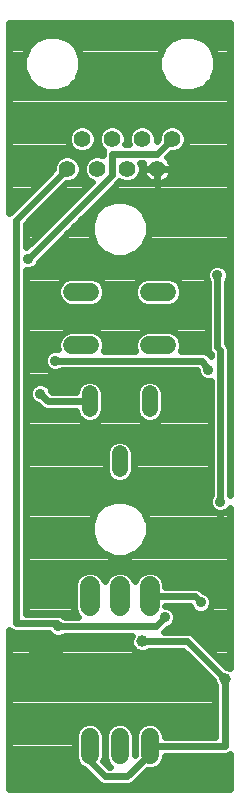
<source format=gbl>
G75*
%MOIN*%
%OFA0B0*%
%FSLAX24Y24*%
%IPPOS*%
%LPD*%
%AMOC8*
5,1,8,0,0,1.08239X$1,22.5*
%
%ADD10C,0.0650*%
%ADD11C,0.0600*%
%ADD12C,0.0554*%
%ADD13C,0.0520*%
%ADD14C,0.0240*%
%ADD15C,0.0360*%
%ADD16C,0.0396*%
D10*
X003220Y006742D02*
X003220Y007391D01*
X004220Y007391D02*
X004220Y006742D01*
X005220Y006742D02*
X005220Y007391D01*
D11*
X005220Y002367D02*
X005220Y001767D01*
X004220Y001767D02*
X004220Y002367D01*
X003220Y002367D02*
X003220Y001767D01*
X003240Y015427D02*
X002640Y015427D01*
X002640Y017207D02*
X003240Y017207D01*
X005200Y017207D02*
X005800Y017207D01*
X005800Y015427D02*
X005200Y015427D01*
D12*
X005470Y021317D03*
X004470Y021317D03*
X003470Y021317D03*
X002470Y021317D03*
X002970Y022317D03*
X003970Y022317D03*
X004970Y022317D03*
X005970Y022317D03*
D13*
X005220Y013827D02*
X005220Y013307D01*
X004220Y011827D02*
X004220Y011307D01*
X003220Y013307D02*
X003220Y013827D01*
D14*
X000540Y005944D02*
X000540Y000637D01*
X007892Y000637D01*
X007892Y001792D01*
X007784Y001747D01*
X005720Y001747D01*
X005720Y001667D01*
X005644Y001483D01*
X005503Y001343D01*
X005319Y001267D01*
X005123Y001267D01*
X004651Y000795D01*
X004534Y000747D01*
X003656Y000747D01*
X003539Y000795D01*
X003449Y000885D01*
X003030Y001304D01*
X002937Y001343D01*
X002796Y001483D01*
X002720Y001667D01*
X002720Y002466D01*
X002796Y002650D01*
X002937Y002791D01*
X003121Y002867D01*
X003319Y002867D01*
X003503Y002791D01*
X003644Y002650D01*
X003720Y002466D01*
X003720Y001667D01*
X003677Y001563D01*
X003853Y001387D01*
X003893Y001387D01*
X003796Y001483D01*
X003720Y001667D01*
X003720Y002466D01*
X003796Y002650D01*
X003937Y002791D01*
X004121Y002867D01*
X004319Y002867D01*
X004503Y002791D01*
X004644Y002650D01*
X004720Y002466D01*
X004720Y001769D01*
X004720Y001769D01*
X004720Y002466D01*
X004796Y002650D01*
X004937Y002791D01*
X005121Y002867D01*
X005319Y002867D01*
X005503Y002791D01*
X005644Y002650D01*
X005720Y002466D01*
X005720Y002387D01*
X007400Y002387D01*
X007400Y004074D01*
X007382Y004091D01*
X007322Y004237D01*
X007322Y004262D01*
X006337Y005247D01*
X005213Y005247D01*
X005196Y005229D01*
X005049Y005169D01*
X004891Y005169D01*
X004744Y005229D01*
X004632Y005341D01*
X004572Y005487D01*
X004572Y005646D01*
X004614Y005747D01*
X002387Y005747D01*
X002385Y005745D01*
X002246Y005687D01*
X002094Y005687D01*
X001955Y005745D01*
X001853Y005847D01*
X000706Y005847D01*
X000589Y005895D01*
X000540Y005944D01*
X000540Y005802D02*
X001897Y005802D01*
X002170Y006067D02*
X002120Y006167D01*
X000770Y006167D01*
X000770Y019617D01*
X002470Y021317D01*
X001993Y021305D02*
X000540Y021305D01*
X000540Y021543D02*
X002047Y021543D01*
X002065Y021587D02*
X001993Y021412D01*
X001993Y021292D01*
X000589Y019888D01*
X000540Y019839D01*
X000540Y026167D01*
X007892Y026167D01*
X007892Y010432D01*
X007890Y010434D01*
X007890Y015330D01*
X007841Y015448D01*
X007790Y015499D01*
X007790Y017549D01*
X007792Y017551D01*
X007850Y017691D01*
X007850Y017842D01*
X007792Y017982D01*
X007685Y018089D01*
X007546Y018147D01*
X007394Y018147D01*
X007255Y018089D01*
X007148Y017982D01*
X007090Y017842D01*
X007090Y017691D01*
X007148Y017551D01*
X007150Y017549D01*
X007150Y015303D01*
X007199Y015185D01*
X007250Y015134D01*
X007250Y015077D01*
X007241Y015098D01*
X007219Y015121D01*
X007201Y015147D01*
X007174Y015165D01*
X007151Y015188D01*
X007122Y015200D01*
X007095Y015218D01*
X007063Y015224D01*
X007034Y015237D01*
X007002Y015237D01*
X006970Y015243D01*
X006939Y015237D01*
X006262Y015237D01*
X006300Y015327D01*
X006300Y015526D01*
X006224Y015710D01*
X006083Y015851D01*
X005899Y015927D01*
X005101Y015927D01*
X004917Y015851D01*
X004776Y015710D01*
X004700Y015526D01*
X004700Y015327D01*
X004738Y015237D01*
X003702Y015237D01*
X003740Y015327D01*
X003740Y015526D01*
X003664Y015710D01*
X003523Y015851D01*
X003339Y015927D01*
X002541Y015927D01*
X002357Y015851D01*
X002216Y015710D01*
X002140Y015526D01*
X002140Y015327D01*
X002154Y015293D01*
X002146Y015297D01*
X001994Y015297D01*
X001855Y015239D01*
X001748Y015132D01*
X001690Y014992D01*
X001690Y014841D01*
X001748Y014701D01*
X001855Y014595D01*
X001994Y014537D01*
X002146Y014537D01*
X002285Y014595D01*
X002287Y014597D01*
X006790Y014597D01*
X006790Y014541D01*
X006848Y014401D01*
X006955Y014295D01*
X007094Y014237D01*
X007246Y014237D01*
X007250Y014238D01*
X007250Y010434D01*
X007248Y010432D01*
X007190Y010292D01*
X007190Y010141D01*
X007248Y010001D01*
X007355Y009895D01*
X007494Y009837D01*
X007646Y009837D01*
X007785Y009895D01*
X007892Y010001D01*
X007892Y004676D01*
X007799Y004715D01*
X007774Y004715D01*
X006651Y005838D01*
X006534Y005887D01*
X005693Y005887D01*
X005793Y005987D01*
X005796Y005987D01*
X005935Y006045D01*
X006042Y006151D01*
X006100Y006291D01*
X006100Y006442D01*
X006042Y006582D01*
X005935Y006689D01*
X005796Y006747D01*
X005745Y006747D01*
X006558Y006747D01*
X006598Y006651D01*
X006705Y006545D01*
X006844Y006487D01*
X006996Y006487D01*
X007135Y006545D01*
X007242Y006651D01*
X007300Y006791D01*
X007300Y006942D01*
X007242Y007082D01*
X007135Y007189D01*
X006996Y007247D01*
X006993Y007247D01*
X006991Y007248D01*
X006901Y007338D01*
X006784Y007387D01*
X005745Y007387D01*
X005745Y007496D01*
X005665Y007689D01*
X005517Y007836D01*
X005324Y007916D01*
X005116Y007916D01*
X004923Y007836D01*
X004775Y007689D01*
X004720Y007556D01*
X004665Y007689D01*
X004517Y007836D01*
X004324Y007916D01*
X004116Y007916D01*
X003923Y007836D01*
X003775Y007689D01*
X003720Y007556D01*
X003665Y007689D01*
X003517Y007836D01*
X003324Y007916D01*
X003116Y007916D01*
X002923Y007836D01*
X002775Y007689D01*
X002695Y007496D01*
X002695Y006637D01*
X002775Y006445D01*
X002833Y006387D01*
X002387Y006387D01*
X002385Y006389D01*
X002326Y006413D01*
X002301Y006438D01*
X002290Y006442D01*
X002282Y006450D01*
X002232Y006467D01*
X002184Y006487D01*
X002172Y006487D01*
X002161Y006490D01*
X002109Y006487D01*
X001090Y006487D01*
X001090Y017938D01*
X001094Y017937D01*
X001246Y017937D01*
X001385Y017995D01*
X001492Y018101D01*
X001550Y018241D01*
X001550Y018244D01*
X004151Y020845D01*
X004213Y020907D01*
X004375Y020840D01*
X004565Y020840D01*
X004740Y020912D01*
X004875Y021046D01*
X004947Y021222D01*
X004947Y021412D01*
X004912Y021497D01*
X005006Y021497D01*
X004985Y021433D01*
X004973Y021356D01*
X004973Y021317D01*
X005470Y021317D01*
X005967Y021317D01*
X005967Y021356D01*
X005955Y021433D01*
X005931Y021508D01*
X005895Y021577D01*
X005849Y021641D01*
X005798Y021692D01*
X005945Y021840D01*
X006065Y021840D01*
X006240Y021912D01*
X006375Y022046D01*
X006447Y022222D01*
X006447Y022412D01*
X006375Y022587D01*
X006240Y022721D01*
X006065Y022794D01*
X005875Y022794D01*
X005700Y022721D01*
X005565Y022587D01*
X005493Y022412D01*
X005493Y022292D01*
X005447Y022246D01*
X005447Y022412D01*
X005375Y022587D01*
X005240Y022721D01*
X005065Y022794D01*
X004875Y022794D01*
X004700Y022721D01*
X004565Y022587D01*
X004493Y022412D01*
X004493Y022222D01*
X004528Y022137D01*
X004412Y022137D01*
X004447Y022222D01*
X004447Y022412D01*
X004375Y022587D01*
X004240Y022721D01*
X004065Y022794D01*
X003875Y022794D01*
X003700Y022721D01*
X003565Y022587D01*
X003493Y022412D01*
X003493Y022222D01*
X003565Y022046D01*
X003674Y021938D01*
X003650Y021880D01*
X003650Y021759D01*
X003565Y021794D01*
X003375Y021794D01*
X003200Y021721D01*
X003065Y021587D01*
X002993Y021412D01*
X002993Y021222D01*
X003065Y021046D01*
X003200Y020912D01*
X003280Y020879D01*
X001097Y018697D01*
X001094Y018697D01*
X001090Y018695D01*
X001090Y019484D01*
X002445Y020840D01*
X002565Y020840D01*
X002740Y020912D01*
X002875Y021046D01*
X002947Y021222D01*
X002947Y021412D01*
X002875Y021587D01*
X002740Y021721D01*
X002565Y021794D01*
X002375Y021794D01*
X002200Y021721D01*
X002065Y021587D01*
X002346Y021782D02*
X000540Y021782D01*
X000540Y022020D02*
X002592Y022020D01*
X002565Y022046D02*
X002700Y021912D01*
X002875Y021840D01*
X003065Y021840D01*
X003240Y021912D01*
X003375Y022046D01*
X003447Y022222D01*
X003447Y022412D01*
X003375Y022587D01*
X003240Y022721D01*
X003065Y022794D01*
X002875Y022794D01*
X002700Y022721D01*
X002565Y022587D01*
X002493Y022412D01*
X002493Y022222D01*
X002565Y022046D01*
X002493Y022259D02*
X000540Y022259D01*
X000540Y022497D02*
X002528Y022497D01*
X002735Y022736D02*
X000540Y022736D01*
X000540Y022974D02*
X007892Y022974D01*
X007892Y022736D02*
X006205Y022736D01*
X006412Y022497D02*
X007892Y022497D01*
X007892Y022259D02*
X006447Y022259D01*
X006348Y022020D02*
X007892Y022020D01*
X007892Y021782D02*
X005888Y021782D01*
X005913Y021543D02*
X007892Y021543D01*
X007892Y021305D02*
X005967Y021305D01*
X005967Y021317D02*
X005470Y021317D01*
X005470Y021317D01*
X005470Y021317D01*
X004973Y021317D01*
X004973Y021278D01*
X004985Y021200D01*
X005009Y021126D01*
X005045Y021056D01*
X005091Y020993D01*
X005146Y020937D01*
X005209Y020891D01*
X005279Y020856D01*
X005354Y020832D01*
X005431Y020820D01*
X005470Y020819D01*
X005470Y021317D01*
X005470Y020820D01*
X005509Y020820D01*
X005586Y020832D01*
X005661Y020856D01*
X005731Y020891D01*
X005794Y020937D01*
X005849Y020993D01*
X005895Y021056D01*
X005931Y021126D01*
X005955Y021200D01*
X005967Y021278D01*
X005967Y021317D01*
X005900Y021066D02*
X007892Y021066D01*
X007892Y020828D02*
X005561Y020828D01*
X005470Y020828D02*
X005470Y020828D01*
X005379Y020828D02*
X004134Y020828D01*
X003970Y021117D02*
X003970Y021817D01*
X005470Y021817D01*
X005970Y022317D01*
X005528Y022497D02*
X005412Y022497D01*
X005447Y022259D02*
X005459Y022259D01*
X005205Y022736D02*
X005735Y022736D01*
X004735Y022736D02*
X004205Y022736D01*
X004412Y022497D02*
X004528Y022497D01*
X004493Y022259D02*
X004447Y022259D01*
X003735Y022736D02*
X003205Y022736D01*
X003412Y022497D02*
X003528Y022497D01*
X003493Y022259D02*
X003447Y022259D01*
X003348Y022020D02*
X003592Y022020D01*
X003594Y021782D02*
X003650Y021782D01*
X003346Y021782D02*
X002594Y021782D01*
X002893Y021543D02*
X003047Y021543D01*
X002993Y021305D02*
X002947Y021305D01*
X002883Y021066D02*
X003057Y021066D01*
X003228Y020828D02*
X002434Y020828D01*
X002195Y020589D02*
X002990Y020589D01*
X002751Y020351D02*
X001957Y020351D01*
X001718Y020112D02*
X002513Y020112D01*
X002274Y019874D02*
X001480Y019874D01*
X001241Y019635D02*
X002036Y019635D01*
X001797Y019397D02*
X001090Y019397D01*
X001090Y019158D02*
X001559Y019158D01*
X001320Y018920D02*
X001090Y018920D01*
X001749Y018443D02*
X003795Y018443D01*
X003671Y018494D02*
X004027Y018347D01*
X004413Y018347D01*
X004769Y018494D01*
X005042Y018767D01*
X005190Y019124D01*
X005190Y019510D01*
X005042Y019866D01*
X004769Y020139D01*
X004413Y020287D01*
X004027Y020287D01*
X003671Y020139D01*
X003398Y019866D01*
X003250Y019510D01*
X003250Y019124D01*
X003398Y018767D01*
X003671Y018494D01*
X003484Y018681D02*
X001987Y018681D01*
X002226Y018920D02*
X003335Y018920D01*
X003250Y019158D02*
X002464Y019158D01*
X002703Y019397D02*
X003250Y019397D01*
X003302Y019635D02*
X002941Y019635D01*
X003180Y019874D02*
X003405Y019874D01*
X003418Y020112D02*
X003644Y020112D01*
X003657Y020351D02*
X007892Y020351D01*
X007892Y020589D02*
X003895Y020589D01*
X003970Y021117D02*
X001170Y018317D01*
X001316Y017966D02*
X007141Y017966D01*
X007090Y017727D02*
X001090Y017727D01*
X001090Y017489D02*
X002216Y017489D01*
X002216Y017490D02*
X002140Y017306D01*
X002140Y017107D01*
X002216Y016923D01*
X002357Y016783D01*
X002541Y016707D01*
X003339Y016707D01*
X003523Y016783D01*
X003664Y016923D01*
X003740Y017107D01*
X003740Y017306D01*
X003664Y017490D01*
X003523Y017631D01*
X003339Y017707D01*
X002541Y017707D01*
X002357Y017631D01*
X002216Y017490D01*
X002140Y017250D02*
X001090Y017250D01*
X001090Y017012D02*
X002180Y017012D01*
X002380Y016773D02*
X001090Y016773D01*
X001090Y016535D02*
X007150Y016535D01*
X007150Y016773D02*
X006060Y016773D01*
X006083Y016783D02*
X006224Y016923D01*
X006300Y017107D01*
X006300Y017306D01*
X006224Y017490D01*
X006083Y017631D01*
X005899Y017707D01*
X005101Y017707D01*
X004917Y017631D01*
X004776Y017490D01*
X004700Y017306D01*
X004700Y017107D01*
X004776Y016923D01*
X004917Y016783D01*
X005101Y016707D01*
X005899Y016707D01*
X006083Y016783D01*
X006260Y017012D02*
X007150Y017012D01*
X007150Y017250D02*
X006300Y017250D01*
X006224Y017489D02*
X007150Y017489D01*
X007470Y017767D02*
X007470Y015367D01*
X007570Y015267D01*
X007570Y010217D01*
X007209Y010095D02*
X004813Y010095D01*
X004769Y010139D02*
X005042Y009866D01*
X005190Y009510D01*
X005190Y009124D01*
X005042Y008767D01*
X004769Y008494D01*
X004413Y008347D01*
X004027Y008347D01*
X003671Y008494D01*
X003398Y008767D01*
X003250Y009124D01*
X003250Y009510D01*
X003398Y009866D01*
X003671Y010139D01*
X004027Y010287D01*
X004413Y010287D01*
X004769Y010139D01*
X005046Y009857D02*
X007446Y009857D01*
X007694Y009857D02*
X007892Y009857D01*
X007892Y009618D02*
X005145Y009618D01*
X005190Y009380D02*
X007892Y009380D01*
X007892Y009141D02*
X005190Y009141D01*
X005098Y008903D02*
X007892Y008903D01*
X007892Y008664D02*
X004939Y008664D01*
X004604Y008426D02*
X007892Y008426D01*
X007892Y008187D02*
X001090Y008187D01*
X001090Y007949D02*
X007892Y007949D01*
X007892Y007710D02*
X005643Y007710D01*
X005745Y007472D02*
X007892Y007472D01*
X007892Y007233D02*
X007028Y007233D01*
X007278Y006995D02*
X007892Y006995D01*
X007892Y006756D02*
X007286Y006756D01*
X007070Y006518D02*
X007892Y006518D01*
X007892Y006279D02*
X006095Y006279D01*
X006069Y006518D02*
X006770Y006518D01*
X006920Y006867D02*
X006720Y007067D01*
X005220Y007067D01*
X005745Y006747D02*
X005745Y006747D01*
X005720Y006367D02*
X005420Y006067D01*
X002170Y006067D01*
X002745Y006518D02*
X001090Y006518D01*
X001090Y006756D02*
X002695Y006756D01*
X002695Y006995D02*
X001090Y006995D01*
X001090Y007233D02*
X002695Y007233D01*
X002695Y007472D02*
X001090Y007472D01*
X001090Y007710D02*
X002797Y007710D01*
X003643Y007710D02*
X003797Y007710D01*
X003836Y008426D02*
X001090Y008426D01*
X001090Y008664D02*
X003501Y008664D01*
X003342Y008903D02*
X001090Y008903D01*
X001090Y009141D02*
X003250Y009141D01*
X003250Y009380D02*
X001090Y009380D01*
X001090Y009618D02*
X003295Y009618D01*
X003394Y009857D02*
X001090Y009857D01*
X001090Y010095D02*
X003627Y010095D01*
X003959Y010917D02*
X004128Y010847D01*
X004311Y010847D01*
X004481Y010917D01*
X004610Y011046D01*
X004680Y011215D01*
X004680Y011918D01*
X004610Y012087D01*
X004481Y012217D01*
X004311Y012287D01*
X004128Y012287D01*
X003959Y012217D01*
X003830Y012087D01*
X003760Y011918D01*
X003760Y011215D01*
X003830Y011046D01*
X003959Y010917D01*
X003829Y011049D02*
X001090Y011049D01*
X001090Y010811D02*
X007250Y010811D01*
X007250Y011049D02*
X004611Y011049D01*
X004680Y011288D02*
X007250Y011288D01*
X007250Y011526D02*
X004680Y011526D01*
X004680Y011765D02*
X007250Y011765D01*
X007250Y012003D02*
X004645Y012003D01*
X004420Y012242D02*
X007250Y012242D01*
X007250Y012480D02*
X001090Y012480D01*
X001090Y012242D02*
X004020Y012242D01*
X003795Y012003D02*
X001090Y012003D01*
X001090Y011765D02*
X003760Y011765D01*
X003760Y011526D02*
X001090Y011526D01*
X001090Y011288D02*
X003760Y011288D01*
X003311Y012847D02*
X003128Y012847D01*
X002959Y012917D01*
X002830Y013046D01*
X002760Y013215D01*
X002760Y013247D01*
X001756Y013247D01*
X001639Y013295D01*
X001549Y013385D01*
X001497Y013437D01*
X001494Y013437D01*
X001355Y013495D01*
X001248Y013601D01*
X001190Y013741D01*
X001190Y013892D01*
X001248Y014032D01*
X001355Y014139D01*
X001494Y014197D01*
X001646Y014197D01*
X001785Y014139D01*
X001892Y014032D01*
X001950Y013892D01*
X001950Y013889D01*
X001953Y013887D01*
X002760Y013887D01*
X002760Y013918D01*
X002830Y014087D01*
X002959Y014217D01*
X003128Y014287D01*
X003311Y014287D01*
X003481Y014217D01*
X003610Y014087D01*
X003680Y013918D01*
X003680Y013215D01*
X003610Y013046D01*
X003481Y012917D01*
X003311Y012847D01*
X003521Y012957D02*
X004919Y012957D01*
X004959Y012917D02*
X005128Y012847D01*
X005311Y012847D01*
X005481Y012917D01*
X005610Y013046D01*
X005680Y013215D01*
X005680Y013918D01*
X005610Y014087D01*
X005481Y014217D01*
X005311Y014287D01*
X005128Y014287D01*
X004959Y014217D01*
X004830Y014087D01*
X004760Y013918D01*
X004760Y013215D01*
X004830Y013046D01*
X004959Y012917D01*
X004768Y013196D02*
X003672Y013196D01*
X003680Y013434D02*
X004760Y013434D01*
X004760Y013673D02*
X003680Y013673D01*
X003680Y013911D02*
X004760Y013911D01*
X004892Y014150D02*
X003548Y014150D01*
X002892Y014150D02*
X001759Y014150D01*
X001942Y013911D02*
X002760Y013911D01*
X003220Y013567D02*
X001820Y013567D01*
X001570Y013817D01*
X001218Y013673D02*
X001090Y013673D01*
X001090Y013911D02*
X001198Y013911D01*
X001090Y014150D02*
X001381Y014150D01*
X001090Y014388D02*
X006861Y014388D01*
X007170Y014617D02*
X006970Y014917D01*
X002070Y014917D01*
X001823Y014627D02*
X001090Y014627D01*
X001090Y014865D02*
X001690Y014865D01*
X001736Y015104D02*
X001090Y015104D01*
X001090Y015342D02*
X002140Y015342D01*
X002163Y015581D02*
X001090Y015581D01*
X001090Y015819D02*
X002325Y015819D01*
X003555Y015819D02*
X004885Y015819D01*
X004723Y015581D02*
X003717Y015581D01*
X003740Y015342D02*
X004700Y015342D01*
X005548Y014150D02*
X007250Y014150D01*
X007250Y013911D02*
X005680Y013911D01*
X005680Y013673D02*
X007250Y013673D01*
X007250Y013434D02*
X005680Y013434D01*
X005672Y013196D02*
X007250Y013196D01*
X007250Y012957D02*
X005521Y012957D01*
X007250Y012719D02*
X001090Y012719D01*
X001090Y012957D02*
X002919Y012957D01*
X002768Y013196D02*
X001090Y013196D01*
X001090Y013434D02*
X001500Y013434D01*
X001090Y016058D02*
X007150Y016058D01*
X007150Y016296D02*
X001090Y016296D01*
X001535Y018204D02*
X007892Y018204D01*
X007892Y017966D02*
X007799Y017966D01*
X007850Y017727D02*
X007892Y017727D01*
X007892Y017489D02*
X007790Y017489D01*
X007790Y017250D02*
X007892Y017250D01*
X007892Y017012D02*
X007790Y017012D01*
X007790Y016773D02*
X007892Y016773D01*
X007892Y016535D02*
X007790Y016535D01*
X007790Y016296D02*
X007892Y016296D01*
X007892Y016058D02*
X007790Y016058D01*
X007790Y015819D02*
X007892Y015819D01*
X007892Y015581D02*
X007790Y015581D01*
X007885Y015342D02*
X007892Y015342D01*
X007890Y015104D02*
X007892Y015104D01*
X007890Y014865D02*
X007892Y014865D01*
X007890Y014627D02*
X007892Y014627D01*
X007890Y014388D02*
X007892Y014388D01*
X007890Y014150D02*
X007892Y014150D01*
X007890Y013911D02*
X007892Y013911D01*
X007890Y013673D02*
X007892Y013673D01*
X007890Y013434D02*
X007892Y013434D01*
X007890Y013196D02*
X007892Y013196D01*
X007890Y012957D02*
X007892Y012957D01*
X007890Y012719D02*
X007892Y012719D01*
X007890Y012480D02*
X007892Y012480D01*
X007890Y012242D02*
X007892Y012242D01*
X007890Y012003D02*
X007892Y012003D01*
X007890Y011765D02*
X007892Y011765D01*
X007890Y011526D02*
X007892Y011526D01*
X007890Y011288D02*
X007892Y011288D01*
X007890Y011049D02*
X007892Y011049D01*
X007890Y010811D02*
X007892Y010811D01*
X007890Y010572D02*
X007892Y010572D01*
X007250Y010572D02*
X001090Y010572D01*
X001090Y010334D02*
X007207Y010334D01*
X004797Y007710D02*
X004643Y007710D01*
X005926Y006041D02*
X007892Y006041D01*
X007892Y005802D02*
X006687Y005802D01*
X006470Y005567D02*
X007720Y004317D01*
X007720Y002067D01*
X005220Y002067D01*
X005220Y001817D01*
X004470Y001067D01*
X003720Y001067D01*
X003220Y001567D01*
X003220Y002067D01*
X003720Y001986D02*
X003720Y001986D01*
X003720Y001748D02*
X003720Y001748D01*
X003730Y001509D02*
X003785Y001509D01*
X003302Y001032D02*
X000540Y001032D01*
X000540Y000794D02*
X003543Y000794D01*
X003063Y001271D02*
X000540Y001271D01*
X000540Y001509D02*
X002785Y001509D01*
X002720Y001748D02*
X000540Y001748D01*
X000540Y001986D02*
X002720Y001986D01*
X002720Y002225D02*
X000540Y002225D01*
X000540Y002463D02*
X002720Y002463D01*
X002848Y002702D02*
X000540Y002702D01*
X000540Y002940D02*
X007400Y002940D01*
X007400Y002702D02*
X005592Y002702D01*
X005720Y002463D02*
X007400Y002463D01*
X007400Y003179D02*
X000540Y003179D01*
X000540Y003417D02*
X007400Y003417D01*
X007400Y003656D02*
X000540Y003656D01*
X000540Y003894D02*
X007400Y003894D01*
X007365Y004133D02*
X000540Y004133D01*
X000540Y004371D02*
X007213Y004371D01*
X006974Y004610D02*
X000540Y004610D01*
X000540Y004848D02*
X006736Y004848D01*
X006497Y005087D02*
X000540Y005087D01*
X000540Y005325D02*
X004648Y005325D01*
X004572Y005564D02*
X000540Y005564D01*
X001370Y005167D02*
X004720Y004867D01*
X005270Y004317D01*
X004970Y005567D02*
X006470Y005567D01*
X006926Y005564D02*
X007892Y005564D01*
X007892Y005325D02*
X007164Y005325D01*
X007403Y005087D02*
X007892Y005087D01*
X007892Y004848D02*
X007641Y004848D01*
X004848Y002702D02*
X004592Y002702D01*
X004720Y002463D02*
X004720Y002463D01*
X004720Y002225D02*
X004720Y002225D01*
X004720Y001986D02*
X004720Y001986D01*
X003848Y002702D02*
X003592Y002702D01*
X003720Y002463D02*
X003720Y002463D01*
X003720Y002225D02*
X003720Y002225D01*
X004888Y001032D02*
X007892Y001032D01*
X007892Y000794D02*
X004647Y000794D01*
X005329Y001271D02*
X007892Y001271D01*
X007892Y001509D02*
X005655Y001509D01*
X007786Y001748D02*
X007892Y001748D01*
X007250Y015104D02*
X007236Y015104D01*
X007150Y015342D02*
X006300Y015342D01*
X006277Y015581D02*
X007150Y015581D01*
X007150Y015819D02*
X006115Y015819D01*
X004940Y016773D02*
X003500Y016773D01*
X003700Y017012D02*
X004740Y017012D01*
X004700Y017250D02*
X003740Y017250D01*
X003664Y017489D02*
X004776Y017489D01*
X004645Y018443D02*
X007892Y018443D01*
X007892Y018681D02*
X004956Y018681D01*
X005105Y018920D02*
X007892Y018920D01*
X007892Y019158D02*
X005190Y019158D01*
X005190Y019397D02*
X007892Y019397D01*
X007892Y019635D02*
X005138Y019635D01*
X005035Y019874D02*
X007892Y019874D01*
X007892Y020112D02*
X004796Y020112D01*
X004883Y021066D02*
X005040Y021066D01*
X004973Y021305D02*
X004947Y021305D01*
X005470Y021305D02*
X005470Y021305D01*
X005470Y021317D02*
X005470Y021317D01*
X005470Y021066D02*
X005470Y021066D01*
X007892Y023213D02*
X000540Y023213D01*
X000540Y023451D02*
X007892Y023451D01*
X007892Y023690D02*
X000540Y023690D01*
X000540Y023928D02*
X001606Y023928D01*
X001779Y023857D02*
X002161Y023857D01*
X002514Y024003D01*
X002784Y024273D01*
X002930Y024626D01*
X002930Y025008D01*
X002784Y025360D01*
X002514Y025631D01*
X002161Y025777D01*
X001779Y025777D01*
X001426Y025631D01*
X001156Y025360D01*
X001010Y025008D01*
X001010Y024626D01*
X001156Y024273D01*
X001426Y024003D01*
X001779Y023857D01*
X002334Y023928D02*
X006106Y023928D01*
X006279Y023857D02*
X006661Y023857D01*
X007014Y024003D01*
X007284Y024273D01*
X007430Y024626D01*
X007430Y025008D01*
X007284Y025360D01*
X007014Y025631D01*
X006661Y025777D01*
X006279Y025777D01*
X005926Y025631D01*
X005656Y025360D01*
X005510Y025008D01*
X005510Y024626D01*
X005656Y024273D01*
X005926Y024003D01*
X006279Y023857D01*
X005762Y024167D02*
X002678Y024167D01*
X002839Y024405D02*
X005601Y024405D01*
X005510Y024644D02*
X002930Y024644D01*
X002930Y024882D02*
X005510Y024882D01*
X005557Y025121D02*
X002883Y025121D01*
X002784Y025359D02*
X005656Y025359D01*
X005893Y025598D02*
X002547Y025598D01*
X001393Y025598D02*
X000540Y025598D01*
X000540Y025836D02*
X007892Y025836D01*
X007892Y025598D02*
X007047Y025598D01*
X007284Y025359D02*
X007892Y025359D01*
X007892Y025121D02*
X007383Y025121D01*
X007430Y024882D02*
X007892Y024882D01*
X007892Y024644D02*
X007430Y024644D01*
X007339Y024405D02*
X007892Y024405D01*
X007892Y024167D02*
X007178Y024167D01*
X006834Y023928D02*
X007892Y023928D01*
X007892Y026075D02*
X000540Y026075D01*
X000540Y025359D02*
X001156Y025359D01*
X001057Y025121D02*
X000540Y025121D01*
X000540Y024882D02*
X001010Y024882D01*
X001010Y024644D02*
X000540Y024644D01*
X000540Y024405D02*
X001101Y024405D01*
X001262Y024167D02*
X000540Y024167D01*
X000540Y021066D02*
X001767Y021066D01*
X001528Y020828D02*
X000540Y020828D01*
X000540Y020589D02*
X001290Y020589D01*
X001051Y020351D02*
X000540Y020351D01*
X000540Y020112D02*
X000813Y020112D01*
X000574Y019874D02*
X000540Y019874D01*
D15*
X001170Y018317D03*
X002070Y014917D03*
X001570Y013817D03*
X007170Y014617D03*
X007470Y017767D03*
X001820Y023017D03*
X007570Y010217D03*
X006920Y006867D03*
X005720Y006367D03*
X005720Y004317D03*
X005270Y004317D03*
X006120Y004317D03*
X006520Y004317D03*
X006920Y004317D03*
X002170Y006067D03*
X001370Y005167D03*
D16*
X004970Y005567D03*
X007720Y004317D03*
M02*

</source>
